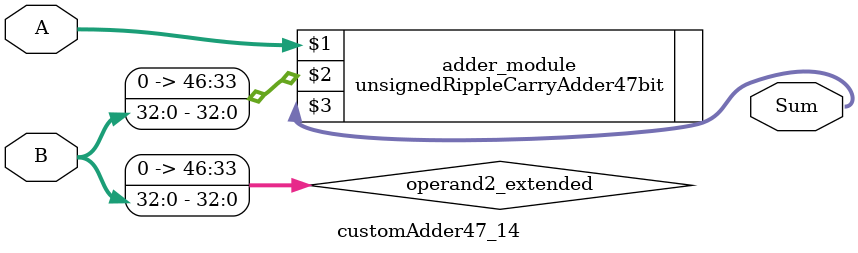
<source format=v>
module customAdder47_14(
                        input [46 : 0] A,
                        input [32 : 0] B,
                        
                        output [47 : 0] Sum
                );

        wire [46 : 0] operand2_extended;
        
        assign operand2_extended =  {14'b0, B};
        
        unsignedRippleCarryAdder47bit adder_module(
            A,
            operand2_extended,
            Sum
        );
        
        endmodule
        
</source>
